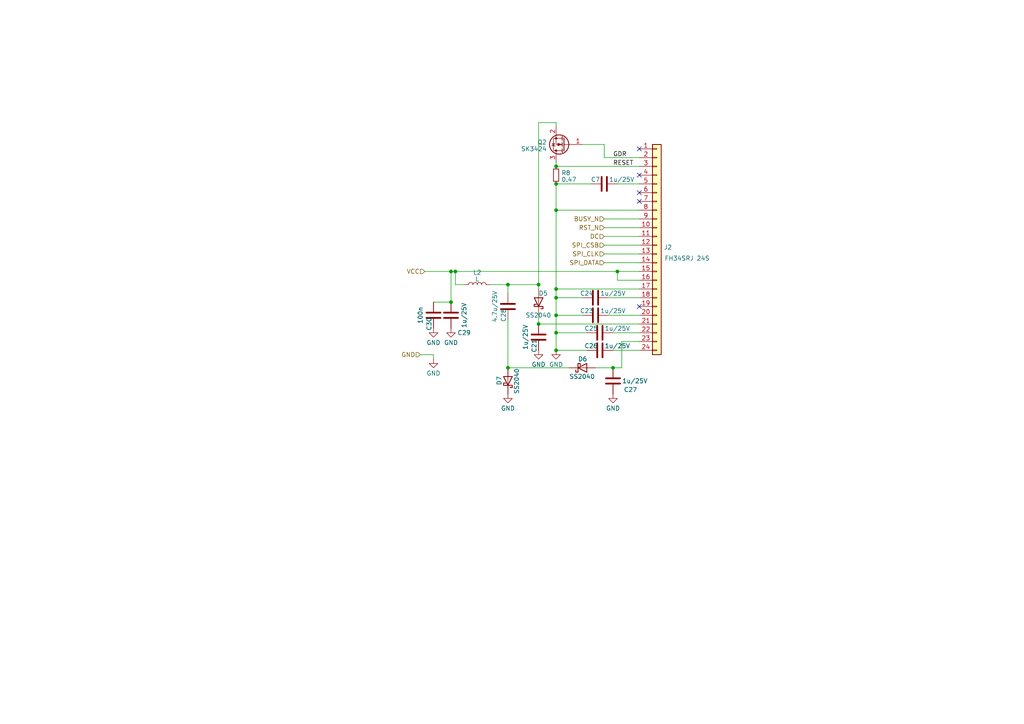
<source format=kicad_sch>
(kicad_sch (version 20230121) (generator eeschema)
  (paper "A4")
  (lib_symbols
    (symbol "Connector_Generic:Conn_01x24" (pin_names (offset 1.016) hide)
      (property "Reference" "J" (at 0 30.48 0))
      (property "Value" "Conn_01x24" (at 0 -33.02 0))
      (symbol "Conn_01x24_1_1"
        (rectangle (start -1.27 -30.353) (end 0 -30.607) (stroke (width 0.1524)))
        (rectangle (start -1.27 -27.813) (end 0 -28.067) (stroke (width 0.1524)))
        (rectangle (start -1.27 -25.273) (end 0 -25.527) (stroke (width 0.1524)))
        (rectangle (start -1.27 -22.733) (end 0 -22.987) (stroke (width 0.1524)))
        (rectangle (start -1.27 -20.193) (end 0 -20.447) (stroke (width 0.1524)))
        (rectangle (start -1.27 -17.653) (end 0 -17.907) (stroke (width 0.1524)))
        (rectangle (start -1.27 -15.113) (end 0 -15.367) (stroke (width 0.1524)))
        (rectangle (start -1.27 -12.573) (end 0 -12.827) (stroke (width 0.1524)))
        (rectangle (start -1.27 -10.033) (end 0 -10.287) (stroke (width 0.1524)))
        (rectangle (start -1.27 -7.493) (end 0 -7.747) (stroke (width 0.1524)))
        (rectangle (start -1.27 -4.953) (end 0 -5.207) (stroke (width 0.1524)))
        (rectangle (start -1.27 -2.413) (end 0 -2.667) (stroke (width 0.1524)))
        (rectangle (start -1.27 0.127) (end 0 -0.127) (stroke (width 0.1524)))
        (rectangle (start -1.27 2.667) (end 0 2.413) (stroke (width 0.1524)))
        (rectangle (start -1.27 5.207) (end 0 4.953) (stroke (width 0.1524)))
        (rectangle (start -1.27 7.747) (end 0 7.493) (stroke (width 0.1524)))
        (rectangle (start -1.27 10.287) (end 0 10.033) (stroke (width 0.1524)))
        (rectangle (start -1.27 12.827) (end 0 12.573) (stroke (width 0.1524)))
        (rectangle (start -1.27 15.367) (end 0 15.113) (stroke (width 0.1524)))
        (rectangle (start -1.27 17.907) (end 0 17.653) (stroke (width 0.1524)))
        (rectangle (start -1.27 20.447) (end 0 20.193) (stroke (width 0.1524)))
        (rectangle (start -1.27 22.987) (end 0 22.733) (stroke (width 0.1524)))
        (rectangle (start -1.27 25.527) (end 0 25.273) (stroke (width 0.1524)))
        (rectangle (start -1.27 28.067) (end 0 27.813) (stroke (width 0.1524)))
        (rectangle (start -1.27 29.21) (end 1.27 -31.75) (stroke (width 0.254)) (fill (type background)))
        (pin passive line (at -5.08 27.94 0) (length 3.81) (name "Pin_1") (number "1"))
        (pin passive line (at -5.08 5.08 0) (length 3.81) (name "Pin_10") (number "10"))
        (pin passive line (at -5.08 2.54 0) (length 3.81) (name "Pin_11") (number "11"))
        (pin passive line (at -5.08 0 0) (length 3.81) (name "Pin_12") (number "12"))
        (pin passive line (at -5.08 -2.54 0) (length 3.81) (name "Pin_13") (number "13"))
        (pin passive line (at -5.08 -5.08 0) (length 3.81) (name "Pin_14") (number "14"))
        (pin passive line (at -5.08 -7.62 0) (length 3.81) (name "Pin_15") (number "15"))
        (pin passive line (at -5.08 -10.16 0) (length 3.81) (name "Pin_16") (number "16"))
        (pin passive line (at -5.08 -12.7 0) (length 3.81) (name "Pin_17") (number "17"))
        (pin passive line (at -5.08 -15.24 0) (length 3.81) (name "Pin_18") (number "18"))
        (pin passive line (at -5.08 -17.78 0) (length 3.81) (name "Pin_19") (number "19"))
        (pin passive line (at -5.08 25.4 0) (length 3.81) (name "Pin_2") (number "2"))
        (pin passive line (at -5.08 -20.32 0) (length 3.81) (name "Pin_20") (number "20"))
        (pin passive line (at -5.08 -22.86 0) (length 3.81) (name "Pin_21") (number "21"))
        (pin passive line (at -5.08 -25.4 0) (length 3.81) (name "Pin_22") (number "22"))
        (pin passive line (at -5.08 -27.94 0) (length 3.81) (name "Pin_23") (number "23"))
        (pin passive line (at -5.08 -30.48 0) (length 3.81) (name "Pin_24") (number "24"))
        (pin passive line (at -5.08 22.86 0) (length 3.81) (name "Pin_3") (number "3"))
        (pin passive line (at -5.08 20.32 0) (length 3.81) (name "Pin_4") (number "4"))
        (pin passive line (at -5.08 17.78 0) (length 3.81) (name "Pin_5") (number "5"))
        (pin passive line (at -5.08 15.24 0) (length 3.81) (name "Pin_6") (number "6"))
        (pin passive line (at -5.08 12.7 0) (length 3.81) (name "Pin_7") (number "7"))
        (pin passive line (at -5.08 10.16 0) (length 3.81) (name "Pin_8") (number "8"))
        (pin passive line (at -5.08 7.62 0) (length 3.81) (name "Pin_9") (number "9"))
      )
    )
    (symbol "Device:C" (pin_numbers hide) (pin_names (offset 0.254))
      (property "Reference" "C" (at 0.635 2.54 0))
      (property "Value" "C" (at 0.635 -2.54 0))
      (symbol "C_0_1"
        (polyline (pts (xy -2.032 -0.762) (xy 2.032 -0.762)) (stroke (width 0.508)))
        (polyline (pts (xy -2.032 0.762) (xy 2.032 0.762)) (stroke (width 0.508)))
      )
      (symbol "C_1_1"
        (pin passive line (at 0 3.81 270) (length 2.794) (name "~") (number "1"))
        (pin passive line (at 0 -3.81 90) (length 2.794) (name "~") (number "2"))
      )
    )
    (symbol "Device:D_Schottky" (pin_numbers hide) (pin_names (offset 1.016) hide)
      (property "Reference" "D" (at 0 2.54 0))
      (property "Value" "D_Schottky" (at 0 -2.54 0))
      (symbol "D_Schottky_0_1"
        (polyline (pts (xy 1.27 0) (xy -1.27 0)))
        (polyline (pts (xy 1.27 1.27) (xy 1.27 -1.27) (xy -1.27 0) (xy 1.27 1.27)) (stroke (width 0.254)))
        (polyline (pts (xy -1.905 0.635) (xy -1.905 1.27) (xy -1.27 1.27) (xy -1.27 -1.27) (xy -0.635 -1.27) (xy -0.635 -0.635)) (stroke (width 0.254)))
      )
      (symbol "D_Schottky_1_1"
        (pin passive line (at -3.81 0 0) (length 2.54) (name "K") (number "1"))
        (pin passive line (at 3.81 0 180) (length 2.54) (name "A") (number "2"))
      )
    )
    (symbol "Device:L" (pin_numbers hide) (pin_names (offset 1.016) hide)
      (property "Reference" "L" (at -1.27 0 90))
      (property "Value" "L" (at 1.905 0 90))
      (symbol "L_0_1"
        (arc (start 0 -2.54) (mid 0.6323 -1.905) (end 0 -1.27))
        (arc (start 0 -1.27) (mid 0.6323 -0.635) (end 0 0))
        (arc (start 0 0) (mid 0.6323 0.635) (end 0 1.27))
        (arc (start 0 1.27) (mid 0.6323 1.905) (end 0 2.54))
      )
      (symbol "L_1_1"
        (pin passive line (at 0 3.81 270) (length 1.27) (name "1") (number "1"))
        (pin passive line (at 0 -3.81 90) (length 1.27) (name "2") (number "2"))
      )
    )
    (symbol "Device:Q_NMOS_GSD" (pin_names (offset 0) hide)
      (property "Reference" "Q" (at 5.08 1.27 0))
      (property "Value" "Q_NMOS_GSD" (at 5.08 -1.27 0))
      (symbol "Q_NMOS_GSD_0_1"
        (polyline (pts (xy 0.254 0) (xy -2.54 0)))
        (polyline (pts (xy 0.254 1.905) (xy 0.254 -1.905)) (stroke (width 0.254)))
        (polyline (pts (xy 0.762 -1.27) (xy 0.762 -2.286)) (stroke (width 0.254)))
        (polyline (pts (xy 0.762 0.508) (xy 0.762 -0.508)) (stroke (width 0.254)))
        (polyline (pts (xy 0.762 2.286) (xy 0.762 1.27)) (stroke (width 0.254)))
        (polyline (pts (xy 2.54 2.54) (xy 2.54 1.778)))
        (polyline (pts (xy 2.54 -2.54) (xy 2.54 0) (xy 0.762 0)))
        (polyline (pts (xy 0.762 -1.778) (xy 3.302 -1.778) (xy 3.302 1.778) (xy 0.762 1.778)))
        (polyline (pts (xy 1.016 0) (xy 2.032 0.381) (xy 2.032 -0.381) (xy 1.016 0)) (fill (type outline)))
        (polyline (pts (xy 2.794 0.508) (xy 2.921 0.381) (xy 3.683 0.381) (xy 3.81 0.254)))
        (polyline (pts (xy 3.302 0.381) (xy 2.921 -0.254) (xy 3.683 -0.254) (xy 3.302 0.381)))
        (circle (center 1.651 0) (radius 2.794) (stroke (width 0.254)))
        (circle (center 2.54 -1.778) (radius 0.254) (fill (type outline)))
        (circle (center 2.54 1.778) (radius 0.254) (fill (type outline)))
      )
      (symbol "Q_NMOS_GSD_1_1"
        (pin input line (at -5.08 0 0) (length 2.54) (name "G") (number "1"))
        (pin passive line (at 2.54 -5.08 90) (length 2.54) (name "S") (number "2"))
        (pin passive line (at 2.54 5.08 270) (length 2.54) (name "D") (number "3"))
      )
    )
    (symbol "Device:R_Small" (pin_numbers hide) (pin_names (offset 0.254) hide)
      (property "Reference" "R" (at 0.762 0.508 0))
      (property "Value" "R_Small" (at 0.762 -1.016 0))
      (symbol "R_Small_0_1"
        (rectangle (start -0.762 1.778) (end 0.762 -1.778) (stroke (width 0.2032)))
      )
      (symbol "R_Small_1_1"
        (pin passive line (at 0 2.54 270) (length 0.762) (name "~") (number "1"))
        (pin passive line (at 0 -2.54 90) (length 0.762) (name "~") (number "2"))
      )
    )
    (symbol "power:GND" (power) (pin_names (offset 0))
      (property "Value" "GND" (at 0 -3.81 0))
      (symbol "GND_0_1"
        (polyline (pts (xy 0 0) (xy 0 -1.27) (xy 1.27 -1.27) (xy 0 -2.54) (xy -1.27 -1.27) (xy 0 -1.27)))
      )
      (symbol "GND_1_1"
        (pin power_in line (at 0 0 270) (length 0) hide (name "GND") (number "1"))
      )
    )
  )
  (junction (at 161.29 91.44))
  (junction (at 161.29 101.6))
  (junction (at 156.21 82.55))
  (junction (at 161.29 60.96))
  (junction (at 132.08 78.74))
  (junction (at 177.8 106.68))
  (junction (at 161.29 53.34))
  (junction (at 130.81 87.63))
  (junction (at 179.07 78.74))
  (junction (at 161.29 83.82))
  (junction (at 156.21 93.98))
  (junction (at 161.29 48.26))
  (junction (at 161.29 96.52))
  (junction (at 161.29 86.36))
  (junction (at 147.32 106.68))
  (junction (at 130.81 78.74))
  (junction (at 147.32 82.55))
  (no_connect (at 185.42 55.88))
  (no_connect (at 185.42 88.9))
  (no_connect (at 185.42 58.42))
  (no_connect (at 185.42 50.8))
  (no_connect (at 185.42 43.18))
  (wire (pts (xy 185.42 45.72) (xy 175.26 45.72)))
  (wire (pts (xy 175.26 41.91) (xy 168.91 41.91)))
  (wire (pts (xy 175.26 76.2) (xy 185.42 76.2)))
  (wire (pts (xy 175.26 66.04) (xy 185.42 66.04)))
  (wire (pts (xy 161.29 83.82) (xy 161.29 86.36)))
  (wire (pts (xy 125.73 87.63) (xy 130.81 87.63)))
  (wire (pts (xy 161.29 91.44) (xy 161.29 96.52)))
  (wire (pts (xy 177.8 96.52) (xy 185.42 96.52)))
  (wire (pts (xy 161.29 53.34) (xy 161.29 60.96)))
  (wire (pts (xy 175.26 68.58) (xy 185.42 68.58)))
  (wire (pts (xy 161.29 46.99) (xy 161.29 48.26)))
  (wire (pts (xy 123.19 78.74) (xy 130.81 78.74)))
  (wire (pts (xy 165.1 106.68) (xy 147.32 106.68)))
  (wire (pts (xy 134.62 82.55) (xy 132.08 82.55)))
  (wire (pts (xy 179.07 53.34) (xy 185.42 53.34)))
  (wire (pts (xy 180.34 99.06) (xy 180.34 106.68)))
  (wire (pts (xy 161.29 35.56) (xy 156.21 35.56)))
  (wire (pts (xy 125.73 102.87) (xy 125.73 104.14)))
  (wire (pts (xy 142.24 82.55) (xy 147.32 82.55)))
  (wire (pts (xy 175.26 71.12) (xy 185.42 71.12)))
  (wire (pts (xy 185.42 99.06) (xy 180.34 99.06)))
  (wire (pts (xy 161.29 60.96) (xy 185.42 60.96)))
  (wire (pts (xy 175.26 45.72) (xy 175.26 41.91)))
  (wire (pts (xy 161.29 36.83) (xy 161.29 35.56)))
  (wire (pts (xy 121.92 102.87) (xy 125.73 102.87)))
  (wire (pts (xy 156.21 91.44) (xy 156.21 93.98)))
  (wire (pts (xy 175.26 63.5) (xy 185.42 63.5)))
  (wire (pts (xy 147.32 92.71) (xy 147.32 106.68)))
  (wire (pts (xy 177.8 106.68) (xy 180.34 106.68)))
  (wire (pts (xy 147.32 82.55) (xy 156.21 82.55)))
  (wire (pts (xy 175.26 73.66) (xy 185.42 73.66)))
  (wire (pts (xy 185.42 81.28) (xy 179.07 81.28)))
  (wire (pts (xy 132.08 82.55) (xy 132.08 78.74)))
  (wire (pts (xy 161.29 91.44) (xy 168.91 91.44)))
  (wire (pts (xy 177.8 101.6) (xy 185.42 101.6)))
  (wire (pts (xy 172.72 106.68) (xy 177.8 106.68)))
  (wire (pts (xy 179.07 78.74) (xy 185.42 78.74)))
  (wire (pts (xy 176.53 91.44) (xy 185.42 91.44)))
  (wire (pts (xy 185.42 93.98) (xy 156.21 93.98)))
  (wire (pts (xy 156.21 82.55) (xy 156.21 83.82)))
  (wire (pts (xy 161.29 96.52) (xy 161.29 101.6)))
  (wire (pts (xy 161.29 86.36) (xy 161.29 91.44)))
  (wire (pts (xy 161.29 48.26) (xy 185.42 48.26)))
  (wire (pts (xy 161.29 101.6) (xy 170.18 101.6)))
  (wire (pts (xy 161.29 60.96) (xy 161.29 83.82)))
  (wire (pts (xy 179.07 78.74) (xy 179.07 81.28)))
  (wire (pts (xy 156.21 35.56) (xy 156.21 82.55)))
  (wire (pts (xy 161.29 96.52) (xy 170.18 96.52)))
  (wire (pts (xy 147.32 82.55) (xy 147.32 85.09)))
  (wire (pts (xy 132.08 78.74) (xy 179.07 78.74)))
  (wire (pts (xy 161.29 53.34) (xy 171.45 53.34)))
  (wire (pts (xy 161.29 86.36) (xy 168.91 86.36)))
  (wire (pts (xy 176.53 86.36) (xy 185.42 86.36)))
  (wire (pts (xy 130.81 78.74) (xy 130.81 87.63)))
  (wire (pts (xy 161.29 83.82) (xy 185.42 83.82)))
  (wire (pts (xy 130.81 78.74) (xy 132.08 78.74)))
  (label "GDR" (at 177.8 45.72 0))
  (label "RESET" (at 177.8 48.26 0))
  (hierarchical_label "RST_N" (shape input) (at 175.26 66.04 180))
  (hierarchical_label "DC" (shape input) (at 175.26 68.58 180))
  (hierarchical_label "GND" (shape input) (at 121.92 102.87 180))
  (hierarchical_label "SPI_DATA" (shape input) (at 175.26 76.2 180))
  (hierarchical_label "VCC" (shape input) (at 123.19 78.74 180))
  (hierarchical_label "SPI_CLK" (shape input) (at 175.26 73.66 180))
  (hierarchical_label "SPI_CSB" (shape input) (at 175.26 71.12 180))
  (hierarchical_label "BUSY_N" (shape input) (at 175.26 63.5 180))
  (symbol (lib_id "Device:R_Small") (at 161.29 50.8 0) (unit 1)
    (property "Reference" "R8" (at 162.7886 50.1563 0) (effects (justify left)))
    (property "Value" "0.47" (at 162.7886 52.0773 0) (effects (justify left)))
    (property "Footprint" "Resistor_SMD:R_0603_1608Metric" (effects hide))
  )
  (symbol (lib_id "Device:C") (at 177.8 110.49 180) (unit 1)
    (property "Reference" "C27" (at 182.88 113.03 0))
    (property "Value" "1u/25V" (at 184.15 110.49 0))
    (property "Footprint" "Capacitor_SMD:C_0603_1608Metric" (effects hide))
  )
  (symbol (lib_id "Device:C") (at 125.73 91.44 180) (unit 1)
    (property "Reference" "C30" (at 124.46 93.98 90))
    (property "Value" "100n" (at 121.92 91.44 90))
    (property "Footprint" "Capacitor_SMD:C_0603_1608Metric" (effects hide))
  )
  (symbol (lib_id "Device:C") (at 130.81 91.44 180) (unit 1)
    (property "Reference" "C29" (at 134.62 96.52 0))
    (property "Value" "1u/25V" (at 134.62 91.44 90))
    (property "Footprint" "Capacitor_SMD:C_0603_1608Metric" (effects hide))
  )
  (symbol (lib_id "Device:L") (at 138.43 82.55 90) (unit 1)
    (property "Reference" "L2" (at 138.43 79.0347 90))
    (property "Value" "L" (at 138.43 80.9557 90))
    (property "Footprint" "Inductor_SMD:L_1210_3225Metric" (effects hide))
  )
  (symbol (lib_id "Device:C") (at 175.26 53.34 90) (unit 1)
    (property "Reference" "C7" (at 172.72 52.07 90))
    (property "Value" "1u/25V" (at 180.34 52.07 90))
    (property "Footprint" "Capacitor_SMD:C_0603_1608Metric" (effects hide))
  )
  (symbol (lib_id "Device:Q_NMOS_GSD") (at 163.83 41.91 180) (unit 1)
    (property "Reference" "Q2" (at 158.6231 41.2663 0) (effects (justify left)))
    (property "Value" "SK3424" (at 158.6231 43.1873 0) (effects (justify left)))
    (property "Footprint" "Package_TO_SOT_SMD:SC-59" (effects hide))
    (property "Sim.Device" "NMOS" (effects hide))
    (property "Sim.Type" "VDMOS" (effects hide))
    (property "Sim.Pins" "1=D 2=G 3=S" (effects hide))
  )
  (symbol (lib_id "Device:C") (at 173.99 96.52 90) (unit 1)
    (property "Reference" "C25" (at 171.45 95.25 90))
    (property "Value" "1u/25V" (at 179.07 95.25 90))
    (property "Footprint" "Capacitor_SMD:C_0603_1608Metric" (effects hide))
  )
  (symbol (lib_id "power:GND") (at 147.32 114.3 0) (unit 1)
    (property "Reference" "#PWR017" (effects hide))
    (property "Value" "GND" (at 147.32 118.4355 0))
  )
  (symbol (lib_id "Device:C") (at 172.72 86.36 90) (unit 1)
    (property "Reference" "C24" (at 170.18 85.09 90))
    (property "Value" "1u/25V" (at 177.8 85.09 90))
    (property "Footprint" "Capacitor_SMD:C_0603_1608Metric" (effects hide))
  )
  (symbol (lib_id "Device:D_Schottky") (at 147.32 110.49 270) (mirror x) (unit 1)
    (property "Reference" "D7" (at 144.78 111.76 0) (effects (justify left)))
    (property "Value" "SS2040" (at 149.86 114.3 0) (effects (justify left)))
    (property "Footprint" "Diode_SMD:D_SOD-123" (effects hide))
  )
  (symbol (lib_id "Device:D_Schottky") (at 168.91 106.68 0) (mirror x) (unit 1)
    (property "Reference" "D6" (at 167.64 104.14 0) (effects (justify left)))
    (property "Value" "SS2040" (at 165.1 109.22 0) (effects (justify left)))
    (property "Footprint" "Diode_SMD:D_SOD-123" (effects hide))
  )
  (symbol (lib_id "power:GND") (at 177.8 114.3 0) (unit 1)
    (property "Reference" "#PWR012" (effects hide))
    (property "Value" "GND" (at 177.8 118.4355 0))
  )
  (symbol (lib_id "power:GND") (at 156.21 101.6 0) (unit 1)
    (property "Reference" "#PWR013" (effects hide))
    (property "Value" "GND" (at 156.21 105.7355 0))
  )
  (symbol (lib_id "power:GND") (at 161.29 101.6 0) (unit 1)
    (property "Reference" "#PWR011" (effects hide))
    (property "Value" "GND" (at 161.29 105.7355 0))
  )
  (symbol (lib_id "Connector_Generic:Conn_01x24") (at 190.5 71.12 0) (unit 1)
    (property "Reference" "J2" (at 192.532 71.7463 0) (effects (justify left)))
    (property "Value" " FH34SRJ 24S" (at 191.77 74.93 0) (effects (justify left)))
    (property "Footprint" "AREA_lib_Connector:HRS_FH34SRJ-24S-0.5SH(99)" (effects hide))
  )
  (symbol (lib_id "Device:C") (at 147.32 88.9 180) (unit 1)
    (property "Reference" "C28" (at 146.05 91.44 90))
    (property "Value" "4.7u/25V" (at 143.51 88.9 90))
    (property "Footprint" "Capacitor_SMD:C_0603_1608Metric" (effects hide))
  )
  (symbol (lib_id "Device:C") (at 156.21 97.79 180) (unit 1)
    (property "Reference" "C21" (at 154.94 100.33 90))
    (property "Value" "1u/25V" (at 152.4 97.79 90))
    (property "Footprint" "Capacitor_SMD:C_0603_1608Metric" (effects hide))
  )
  (symbol (lib_id "power:GND") (at 125.73 104.14 0) (unit 1)
    (property "Reference" "#PWR018" (effects hide))
    (property "Value" "GND" (at 125.73 108.2755 0))
  )
  (symbol (lib_id "Device:D_Schottky") (at 156.21 87.63 270) (mirror x) (unit 1)
    (property "Reference" "D5" (at 156.21 85.09 90) (effects (justify left)))
    (property "Value" "SS2040" (at 152.4 91.44 90) (effects (justify left)))
    (property "Footprint" "Diode_SMD:D_SOD-123" (effects hide))
  )
  (symbol (lib_id "Device:C") (at 173.99 101.6 90) (unit 1)
    (property "Reference" "C26" (at 171.45 100.33 90))
    (property "Value" "1u/25V" (at 179.07 100.33 90))
    (property "Footprint" "Capacitor_SMD:C_0603_1608Metric" (effects hide))
  )
  (symbol (lib_id "power:GND") (at 125.73 95.25 0) (unit 1)
    (property "Reference" "#PWR043" (effects hide))
    (property "Value" "GND" (at 125.73 99.3855 0))
  )
  (symbol (lib_id "Device:C") (at 172.72 91.44 90) (unit 1)
    (property "Reference" "C23" (at 170.18 90.17 90))
    (property "Value" "1u/25V" (at 177.8 90.17 90))
    (property "Footprint" "Capacitor_SMD:C_0603_1608Metric" (effects hide))
  )
  (symbol (lib_id "power:GND") (at 130.81 95.25 0) (unit 1)
    (property "Reference" "#PWR044" (effects hide))
    (property "Value" "GND" (at 130.81 99.3855 0))
  )
)
</source>
